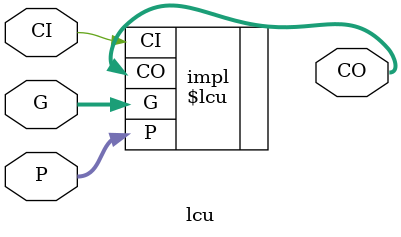
<source format=v>
module lcu (P, G, CI, CO);
	parameter WIDTH = 2;

	input [WIDTH-1:0] P, G;
	input CI;

	output [WIDTH-1:0] CO;

	reg [WIDTH-1:0] p, g;

	\$lcu #(.WIDTH(WIDTH)) impl (.P(P), .G(G), .CI(CI), .CO(CO));

endmodule

</source>
